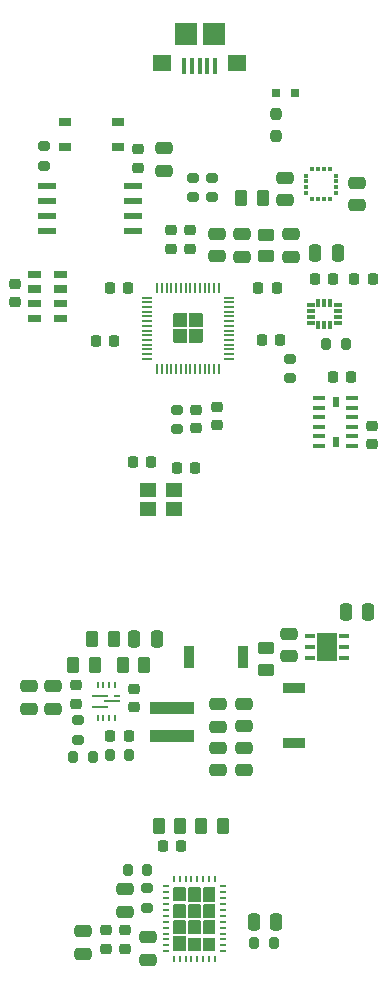
<source format=gbr>
%TF.GenerationSoftware,KiCad,Pcbnew,8.0.7*%
%TF.CreationDate,2025-01-08T02:27:13-05:00*%
%TF.ProjectId,active-drag-system,61637469-7665-42d6-9472-61672d737973,rev?*%
%TF.SameCoordinates,Original*%
%TF.FileFunction,Paste,Top*%
%TF.FilePolarity,Positive*%
%FSLAX46Y46*%
G04 Gerber Fmt 4.6, Leading zero omitted, Abs format (unit mm)*
G04 Created by KiCad (PCBNEW 8.0.7) date 2025-01-08 02:27:13*
%MOMM*%
%LPD*%
G01*
G04 APERTURE LIST*
G04 Aperture macros list*
%AMRoundRect*
0 Rectangle with rounded corners*
0 $1 Rounding radius*
0 $2 $3 $4 $5 $6 $7 $8 $9 X,Y pos of 4 corners*
0 Add a 4 corners polygon primitive as box body*
4,1,4,$2,$3,$4,$5,$6,$7,$8,$9,$2,$3,0*
0 Add four circle primitives for the rounded corners*
1,1,$1+$1,$2,$3*
1,1,$1+$1,$4,$5*
1,1,$1+$1,$6,$7*
1,1,$1+$1,$8,$9*
0 Add four rect primitives between the rounded corners*
20,1,$1+$1,$2,$3,$4,$5,0*
20,1,$1+$1,$4,$5,$6,$7,0*
20,1,$1+$1,$6,$7,$8,$9,0*
20,1,$1+$1,$8,$9,$2,$3,0*%
%AMFreePoly0*
4,1,19,0.563745,0.600348,0.608674,0.548497,0.619677,0.497915,0.619677,-0.497915,0.600348,-0.563745,0.548497,-0.608674,0.497915,-0.619677,-0.497915,-0.619677,-0.563745,-0.600348,-0.608674,-0.548497,-0.619677,-0.497915,-0.619677,0.397045,-0.600348,0.462875,-0.584014,0.483144,-0.483144,0.584014,-0.422927,0.616894,-0.397045,0.619677,0.497915,0.619677,0.563745,0.600348,0.563745,0.600348,
$1*%
%AMFreePoly1*
4,1,19,0.563745,0.600348,0.608674,0.548497,0.619677,0.497915,0.619677,-0.497915,0.600348,-0.563745,0.548497,-0.608674,0.497915,-0.619677,-0.397045,-0.619677,-0.462875,-0.600348,-0.483144,-0.584014,-0.584014,-0.483144,-0.616894,-0.422927,-0.619677,-0.397045,-0.619677,0.497915,-0.600348,0.563745,-0.548497,0.608674,-0.497915,0.619677,0.497915,0.619677,0.563745,0.600348,0.563745,0.600348,
$1*%
%AMFreePoly2*
4,1,19,0.462875,0.600348,0.483144,0.584014,0.584014,0.483144,0.616894,0.422927,0.619677,0.397045,0.619677,-0.497915,0.600348,-0.563745,0.548497,-0.608674,0.497915,-0.619677,-0.497915,-0.619677,-0.563745,-0.600348,-0.608674,-0.548497,-0.619677,-0.497915,-0.619677,0.497915,-0.600348,0.563745,-0.548497,0.608674,-0.497915,0.619677,0.397045,0.619677,0.462875,0.600348,0.462875,0.600348,
$1*%
%AMFreePoly3*
4,1,19,0.563745,0.600348,0.608674,0.548497,0.619677,0.497915,0.619677,-0.397045,0.600348,-0.462875,0.584014,-0.483144,0.483144,-0.584014,0.422927,-0.616894,0.397045,-0.619677,-0.497915,-0.619677,-0.563745,-0.600348,-0.608674,-0.548497,-0.619677,-0.497915,-0.619677,0.497915,-0.600348,0.563745,-0.548497,0.608674,-0.497915,0.619677,0.497915,0.619677,0.563745,0.600348,0.563745,0.600348,
$1*%
G04 Aperture macros list end*
%ADD10C,0.000000*%
%ADD11RoundRect,0.250000X0.475000X-0.250000X0.475000X0.250000X-0.475000X0.250000X-0.475000X-0.250000X0*%
%ADD12R,1.092200X0.609600*%
%ADD13RoundRect,0.225000X0.250000X-0.225000X0.250000X0.225000X-0.250000X0.225000X-0.250000X-0.225000X0*%
%ADD14RoundRect,0.200000X-0.275000X0.200000X-0.275000X-0.200000X0.275000X-0.200000X0.275000X0.200000X0*%
%ADD15R,1.524000X0.533400*%
%ADD16R,0.812800X1.905000*%
%ADD17R,1.117800X0.449200*%
%ADD18R,0.500000X0.813000*%
%ADD19RoundRect,0.250000X-0.262500X-0.450000X0.262500X-0.450000X0.262500X0.450000X-0.262500X0.450000X0*%
%ADD20RoundRect,0.225000X-0.250000X0.225000X-0.250000X-0.225000X0.250000X-0.225000X0.250000X0.225000X0*%
%ADD21RoundRect,0.200000X-0.200000X-0.275000X0.200000X-0.275000X0.200000X0.275000X-0.200000X0.275000X0*%
%ADD22RoundRect,0.225000X-0.225000X-0.250000X0.225000X-0.250000X0.225000X0.250000X-0.225000X0.250000X0*%
%ADD23RoundRect,0.200000X0.275000X-0.200000X0.275000X0.200000X-0.275000X0.200000X-0.275000X-0.200000X0*%
%ADD24RoundRect,0.250000X0.262500X0.450000X-0.262500X0.450000X-0.262500X-0.450000X0.262500X-0.450000X0*%
%ADD25RoundRect,0.250000X-0.475000X0.250000X-0.475000X-0.250000X0.475000X-0.250000X0.475000X0.250000X0*%
%ADD26RoundRect,0.200000X0.200000X0.275000X-0.200000X0.275000X-0.200000X-0.275000X0.200000X-0.275000X0*%
%ADD27RoundRect,0.225000X0.225000X0.250000X-0.225000X0.250000X-0.225000X-0.250000X0.225000X-0.250000X0*%
%ADD28R,0.599999X0.249999*%
%ADD29R,0.249999X0.599999*%
%ADD30R,0.812800X0.406400*%
%ADD31R,1.752600X2.489200*%
%ADD32R,0.800000X0.800000*%
%ADD33RoundRect,0.026250X0.263750X0.148750X-0.263750X0.148750X-0.263750X-0.148750X0.263750X-0.148750X0*%
%ADD34RoundRect,0.026250X0.148750X0.263750X-0.148750X0.263750X-0.148750X-0.263750X0.148750X-0.263750X0*%
%ADD35RoundRect,0.250000X0.250000X0.475000X-0.250000X0.475000X-0.250000X-0.475000X0.250000X-0.475000X0*%
%ADD36R,1.400000X1.200000*%
%ADD37R,1.397000X0.254000*%
%ADD38R,0.254000X0.609600*%
%ADD39R,0.609600X0.254000*%
%ADD40R,0.990600X0.711200*%
%ADD41FreePoly0,0.000000*%
%ADD42FreePoly1,0.000000*%
%ADD43FreePoly2,0.000000*%
%ADD44FreePoly3,0.000000*%
%ADD45RoundRect,0.050000X-0.387500X-0.050000X0.387500X-0.050000X0.387500X0.050000X-0.387500X0.050000X0*%
%ADD46RoundRect,0.050000X-0.050000X-0.387500X0.050000X-0.387500X0.050000X0.387500X-0.050000X0.387500X0*%
%ADD47R,3.700000X0.980000*%
%ADD48RoundRect,0.250000X0.450000X-0.262500X0.450000X0.262500X-0.450000X0.262500X-0.450000X-0.262500X0*%
%ADD49R,0.400000X1.350000*%
%ADD50R,1.600000X1.400000*%
%ADD51R,1.900000X1.900000*%
%ADD52RoundRect,0.250000X-0.450000X0.262500X-0.450000X-0.262500X0.450000X-0.262500X0.450000X0.262500X0*%
%ADD53RoundRect,0.250000X-0.250000X-0.475000X0.250000X-0.475000X0.250000X0.475000X-0.250000X0.475000X0*%
%ADD54RoundRect,0.237500X0.237500X-0.250000X0.237500X0.250000X-0.237500X0.250000X-0.237500X-0.250000X0*%
%ADD55R,1.905000X0.812800*%
%ADD56R,0.457200X0.304800*%
%ADD57R,0.304800X0.457200*%
G04 APERTURE END LIST*
D10*
%TO.C,U6*%
G36*
X135046100Y-82729800D02*
G01*
X133953900Y-82729800D01*
X133953900Y-82120200D01*
X135046100Y-82120200D01*
X135046100Y-82729800D01*
G37*
G36*
X135046100Y-83979800D02*
G01*
X133953900Y-83979800D01*
X133953900Y-83370200D01*
X135046100Y-83370200D01*
X135046100Y-83979800D01*
G37*
G36*
X135046100Y-85229800D02*
G01*
X133953900Y-85229800D01*
X133953900Y-84620200D01*
X135046100Y-84620200D01*
X135046100Y-85229800D01*
G37*
G36*
X135046100Y-86479800D02*
G01*
X133953900Y-86479800D01*
X133953900Y-85870200D01*
X135046100Y-85870200D01*
X135046100Y-86479800D01*
G37*
G36*
X137246100Y-82729800D02*
G01*
X136153900Y-82729800D01*
X136153900Y-82120200D01*
X137246100Y-82120200D01*
X137246100Y-82729800D01*
G37*
G36*
X137246100Y-83979800D02*
G01*
X136153900Y-83979800D01*
X136153900Y-83370200D01*
X137246100Y-83370200D01*
X137246100Y-83979800D01*
G37*
G36*
X137246100Y-85229800D02*
G01*
X136153900Y-85229800D01*
X136153900Y-84620200D01*
X137246100Y-84620200D01*
X137246100Y-85229800D01*
G37*
G36*
X137246100Y-86479800D02*
G01*
X136153900Y-86479800D01*
X136153900Y-85870200D01*
X137246100Y-85870200D01*
X137246100Y-86479800D01*
G37*
%TO.C,U9*%
G36*
X147275000Y-135800000D02*
G01*
X147275000Y-136850000D01*
X147225000Y-136900000D01*
X146275000Y-136900000D01*
X146225000Y-136850000D01*
X146225000Y-135800000D01*
X146275000Y-135750000D01*
X147225000Y-135750000D01*
X147275000Y-135800000D01*
G37*
G36*
X147275000Y-134400000D02*
G01*
X147275000Y-135450000D01*
X147225000Y-135500000D01*
X146275000Y-135500000D01*
X146225000Y-135450000D01*
X146225000Y-134400000D01*
X146275000Y-134350000D01*
X147225000Y-134350000D01*
X147275000Y-134400000D01*
G37*
G36*
X147275000Y-137150000D02*
G01*
X147275000Y-138200000D01*
X147225000Y-138250000D01*
X146275000Y-138250000D01*
X146225000Y-138200000D01*
X146225000Y-137150000D01*
X146275000Y-137100000D01*
X147225000Y-137100000D01*
X147275000Y-137150000D01*
G37*
G36*
X147275000Y-138650000D02*
G01*
X147275000Y-139700000D01*
X147225000Y-139750000D01*
X146275000Y-139750000D01*
X146225000Y-139700000D01*
X146225000Y-138650000D01*
X146275000Y-138600000D01*
X147225000Y-138600000D01*
X147275000Y-138650000D01*
G37*
G36*
X147275000Y-138500000D02*
G01*
X147275000Y-139550000D01*
X147225000Y-139600000D01*
X146275000Y-139600000D01*
X146225000Y-139550000D01*
X146225000Y-138500000D01*
X146275000Y-138450000D01*
X147225000Y-138450000D01*
X147275000Y-138500000D01*
G37*
G36*
X148525000Y-134400000D02*
G01*
X148525000Y-135450000D01*
X148475000Y-135500000D01*
X147525000Y-135500000D01*
X147475000Y-135450000D01*
X147475000Y-134400000D01*
X147525000Y-134350000D01*
X148475000Y-134350000D01*
X148525000Y-134400000D01*
G37*
G36*
X148525000Y-137150000D02*
G01*
X148525000Y-138200000D01*
X148475000Y-138250000D01*
X147525000Y-138250000D01*
X147475000Y-138200000D01*
X147475000Y-137150000D01*
X147525000Y-137100000D01*
X148475000Y-137100000D01*
X148525000Y-137150000D01*
G37*
G36*
X148525000Y-138650000D02*
G01*
X148525000Y-139700000D01*
X148475000Y-139750000D01*
X147525000Y-139750000D01*
X147475000Y-139700000D01*
X147475000Y-138650000D01*
X147525000Y-138600000D01*
X148475000Y-138600000D01*
X148525000Y-138650000D01*
G37*
G36*
X148525000Y-134450000D02*
G01*
X148525000Y-135500000D01*
X148475000Y-135550000D01*
X147525000Y-135550000D01*
X147475000Y-135500000D01*
X147475000Y-134450000D01*
X147525000Y-134400000D01*
X148475000Y-134400000D01*
X148525000Y-134450000D01*
G37*
G36*
X148525000Y-135800000D02*
G01*
X148525000Y-136850000D01*
X148475000Y-136900000D01*
X147525000Y-136900000D01*
X147475000Y-136850000D01*
X147475000Y-135800000D01*
X147525000Y-135750000D01*
X148475000Y-135750000D01*
X148525000Y-135800000D01*
G37*
G36*
X149775000Y-134450000D02*
G01*
X149775000Y-135500000D01*
X149725000Y-135550000D01*
X148775000Y-135550000D01*
X148725000Y-135500000D01*
X148725000Y-134450000D01*
X148775000Y-134400000D01*
X149725000Y-134400000D01*
X149775000Y-134450000D01*
G37*
G36*
X149775000Y-134400000D02*
G01*
X149775000Y-135450000D01*
X149725000Y-135500000D01*
X148775000Y-135500000D01*
X148725000Y-135450000D01*
X148725000Y-134400000D01*
X148775000Y-134350000D01*
X149725000Y-134350000D01*
X149775000Y-134400000D01*
G37*
G36*
X149775000Y-137150000D02*
G01*
X149775000Y-138200000D01*
X149725000Y-138250000D01*
X148775000Y-138250000D01*
X148725000Y-138200000D01*
X148725000Y-137150000D01*
X148775000Y-137100000D01*
X149725000Y-137100000D01*
X149775000Y-137150000D01*
G37*
G36*
X149775000Y-138650000D02*
G01*
X149775000Y-139700000D01*
X149725000Y-139750000D01*
X148775000Y-139750000D01*
X148725000Y-139700000D01*
X148725000Y-138650000D01*
X148775000Y-138600000D01*
X149725000Y-138600000D01*
X149775000Y-138650000D01*
G37*
G36*
X149775000Y-135800000D02*
G01*
X149775000Y-136850000D01*
X149725000Y-136900000D01*
X148775000Y-136900000D01*
X148725000Y-136850000D01*
X148725000Y-135800000D01*
X148775000Y-135750000D01*
X149725000Y-135750000D01*
X149775000Y-135800000D01*
G37*
%TD*%
D11*
%TO.C,C29*%
X161800000Y-76600000D03*
X161800000Y-74700000D03*
%TD*%
D12*
%TO.C,U6*%
X134500000Y-82425000D03*
X134500000Y-83675000D03*
X134500000Y-84925000D03*
X134500000Y-86175000D03*
X136700000Y-86175000D03*
X136700000Y-84925000D03*
X136700000Y-83675000D03*
X136700000Y-82425000D03*
%TD*%
D13*
%TO.C,C32*%
X163050000Y-96825000D03*
X163050000Y-95275000D03*
%TD*%
D14*
%TO.C,R8*%
X146500000Y-93900000D03*
X146500000Y-95550000D03*
%TD*%
D15*
%TO.C,U2*%
X135555100Y-74995000D03*
X135555100Y-76265000D03*
X135555100Y-77535000D03*
X135555100Y-78805000D03*
X142844900Y-78805000D03*
X142844900Y-77535000D03*
X142844900Y-76265000D03*
X142844900Y-74995000D03*
%TD*%
D16*
%TO.C,CR2*%
X152148700Y-114800000D03*
X147551300Y-114800000D03*
%TD*%
D17*
%TO.C,U7*%
X161320901Y-96931503D03*
X161320901Y-96131502D03*
X161320901Y-95331501D03*
X161320901Y-94531503D03*
X161320901Y-93731502D03*
X161320901Y-92931503D03*
D18*
X159950000Y-93213004D03*
D17*
X158579099Y-92931501D03*
X158579099Y-93731502D03*
X158579099Y-94531503D03*
X158579099Y-95331501D03*
X158579099Y-96131502D03*
X158579099Y-96931501D03*
D18*
X159950000Y-96650000D03*
%TD*%
D11*
%TO.C,C13*%
X145400000Y-73650000D03*
X145400000Y-71750000D03*
%TD*%
D19*
%TO.C,R12*%
X139341601Y-113300126D03*
X141166601Y-113300126D03*
%TD*%
D20*
%TO.C,C19*%
X137954101Y-117225126D03*
X137954101Y-118775126D03*
%TD*%
D14*
%TO.C,R9*%
X135300000Y-71575000D03*
X135300000Y-73225000D03*
%TD*%
D21*
%TO.C,R11*%
X140829101Y-123100126D03*
X142479101Y-123100126D03*
%TD*%
D22*
%TO.C,C31*%
X161550000Y-82800000D03*
X163100000Y-82800000D03*
%TD*%
D13*
%TO.C,C38*%
X142100000Y-139525000D03*
X142100000Y-137975000D03*
%TD*%
D23*
%TO.C,R20*%
X144000000Y-136075000D03*
X144000000Y-134425000D03*
%TD*%
D24*
%TO.C,R18*%
X146800000Y-129150000D03*
X144975000Y-129150000D03*
%TD*%
D25*
%TO.C,C22*%
X152175887Y-122500000D03*
X152175887Y-124400000D03*
%TD*%
D11*
%TO.C,C20*%
X149975887Y-120750000D03*
X149975887Y-118850000D03*
%TD*%
D26*
%TO.C,R6*%
X160800000Y-88300000D03*
X159150000Y-88300000D03*
%TD*%
D14*
%TO.C,R3*%
X147900000Y-74275000D03*
X147900000Y-75925000D03*
%TD*%
D27*
%TO.C,C10*%
X144325000Y-98300000D03*
X142775000Y-98300000D03*
%TD*%
D20*
%TO.C,C16*%
X142854101Y-117525126D03*
X142854101Y-119075126D03*
%TD*%
D28*
%TO.C,U9*%
X145600000Y-134250000D03*
X145600000Y-134749999D03*
X145600000Y-135250001D03*
X145600000Y-135750000D03*
X145600000Y-136249999D03*
X145600000Y-136750000D03*
X145600000Y-137250000D03*
X145600000Y-137750001D03*
X145600000Y-138250000D03*
X145600000Y-138749999D03*
X145600000Y-139250001D03*
X145600000Y-139750000D03*
D29*
X146250001Y-140400001D03*
X146750000Y-140400001D03*
X147249999Y-140400001D03*
X147750000Y-140400001D03*
X148250000Y-140400001D03*
X148750001Y-140400001D03*
X149250000Y-140400001D03*
X149749999Y-140400001D03*
D28*
X150400000Y-139750000D03*
X150400000Y-139250001D03*
X150400000Y-138749999D03*
X150400000Y-138250000D03*
X150400000Y-137750001D03*
X150400000Y-137250000D03*
X150400000Y-136750000D03*
X150400000Y-136249999D03*
X150400000Y-135750000D03*
X150400000Y-135250001D03*
X150400000Y-134749999D03*
X150400000Y-134250000D03*
D29*
X149749999Y-133599999D03*
X149250000Y-133599999D03*
X148750001Y-133599999D03*
X148250000Y-133599999D03*
X147750000Y-133599999D03*
X147249999Y-133599999D03*
X146750000Y-133599999D03*
X146250001Y-133599999D03*
%TD*%
D24*
%TO.C,R13*%
X143766601Y-115500126D03*
X141941601Y-115500126D03*
%TD*%
D25*
%TO.C,C30*%
X155650000Y-74250000D03*
X155650000Y-76150000D03*
%TD*%
D22*
%TO.C,C33*%
X158225000Y-82800000D03*
X159775000Y-82800000D03*
%TD*%
D26*
%TO.C,R21*%
X154725000Y-139050000D03*
X153075000Y-139050000D03*
%TD*%
D11*
%TO.C,C26*%
X156049400Y-114750000D03*
X156049400Y-112850000D03*
%TD*%
D21*
%TO.C,R19*%
X142375000Y-132850000D03*
X144025000Y-132850000D03*
%TD*%
D11*
%TO.C,C5*%
X156200000Y-80950000D03*
X156200000Y-79050000D03*
%TD*%
D22*
%TO.C,C9*%
X153725000Y-88000000D03*
X155275000Y-88000000D03*
%TD*%
%TO.C,C24*%
X140879101Y-121500126D03*
X142429101Y-121500126D03*
%TD*%
D27*
%TO.C,C8*%
X141200000Y-88100000D03*
X139650000Y-88100000D03*
%TD*%
D30*
%TO.C,U4*%
X160697800Y-114950001D03*
X160697800Y-114000000D03*
X160697800Y-113049999D03*
X157802200Y-113049999D03*
X157802200Y-114000000D03*
X157802200Y-114950001D03*
D31*
X159250000Y-114000000D03*
%TD*%
D11*
%TO.C,C39*%
X144100000Y-140450000D03*
X144100000Y-138550000D03*
%TD*%
D32*
%TO.C,D1*%
X156500000Y-67100000D03*
X154900000Y-67100000D03*
%TD*%
D23*
%TO.C,R5*%
X156100000Y-91225000D03*
X156100000Y-89575000D03*
%TD*%
D33*
%TO.C,U8*%
X160160000Y-86540000D03*
X160160000Y-86040000D03*
X160160000Y-85540000D03*
X160160000Y-85040000D03*
D34*
X159500000Y-84880000D03*
X159000000Y-84880000D03*
X158500000Y-84880000D03*
D33*
X157840000Y-85040000D03*
X157840000Y-85540000D03*
X157840000Y-86040000D03*
X157840000Y-86540000D03*
D34*
X158500000Y-86700000D03*
X159000000Y-86700000D03*
X159500000Y-86700000D03*
%TD*%
D20*
%TO.C,C15*%
X149900000Y-93675000D03*
X149900000Y-95225000D03*
%TD*%
D26*
%TO.C,R14*%
X139379101Y-123300126D03*
X137729101Y-123300126D03*
%TD*%
D11*
%TO.C,C3*%
X149900000Y-80900000D03*
X149900000Y-79000000D03*
%TD*%
D13*
%TO.C,C2*%
X146000000Y-80275000D03*
X146000000Y-78725000D03*
%TD*%
D25*
%TO.C,C21*%
X149975887Y-122500000D03*
X149975887Y-124400000D03*
%TD*%
D35*
%TO.C,C41*%
X154950000Y-137250000D03*
X153050000Y-137250000D03*
%TD*%
D25*
%TO.C,C18*%
X134000000Y-117300000D03*
X134000000Y-119200000D03*
%TD*%
D36*
%TO.C,X1*%
X144050000Y-102300000D03*
X146250000Y-102300000D03*
X146250000Y-100700000D03*
X144050000Y-100700000D03*
%TD*%
D27*
%TO.C,C6*%
X142375000Y-83600000D03*
X140825000Y-83600000D03*
%TD*%
%TO.C,C35*%
X161275000Y-91150000D03*
X159725000Y-91150000D03*
%TD*%
D37*
%TO.C,U3*%
X140047800Y-118100000D03*
X140047800Y-119100252D03*
D38*
X139803912Y-120000126D03*
X140304038Y-120000126D03*
X140804164Y-120000126D03*
X141304290Y-120000126D03*
D37*
X141060402Y-118600126D03*
D39*
X141454102Y-118100000D03*
D38*
X141304290Y-117200126D03*
X140804164Y-117200126D03*
X140304038Y-117200126D03*
X139803912Y-117200126D03*
%TD*%
D11*
%TO.C,C4*%
X152000000Y-80950000D03*
X152000000Y-79050000D03*
%TD*%
D40*
%TO.C,SW1*%
X137049999Y-69525001D03*
X141550001Y-69525001D03*
X137049999Y-71674999D03*
X141550001Y-71674999D03*
%TD*%
D41*
%TO.C,U1*%
X146787500Y-86325000D03*
D42*
X146787500Y-87675000D03*
D43*
X148137500Y-86325000D03*
D44*
X148137500Y-87675000D03*
D45*
X144025000Y-84400000D03*
X144025000Y-84800000D03*
X144025000Y-85200000D03*
X144025000Y-85600000D03*
X144025000Y-86000000D03*
X144025000Y-86400000D03*
X144025000Y-86800000D03*
X144025000Y-87200000D03*
X144025000Y-87600000D03*
X144025000Y-88000000D03*
X144025000Y-88400000D03*
X144025000Y-88800000D03*
X144025000Y-89200000D03*
X144025000Y-89600000D03*
D46*
X144862500Y-90437500D03*
X145262500Y-90437500D03*
X145662500Y-90437500D03*
X146062500Y-90437500D03*
X146462500Y-90437500D03*
X146862500Y-90437500D03*
X147262500Y-90437500D03*
X147662500Y-90437500D03*
X148062500Y-90437500D03*
X148462500Y-90437500D03*
X148862500Y-90437500D03*
X149262500Y-90437500D03*
X149662500Y-90437500D03*
X150062500Y-90437500D03*
D45*
X150900000Y-89600000D03*
X150900000Y-89200000D03*
X150900000Y-88800000D03*
X150900000Y-88400000D03*
X150900000Y-88000000D03*
X150900000Y-87600000D03*
X150900000Y-87200000D03*
X150900000Y-86800000D03*
X150900000Y-86400000D03*
X150900000Y-86000000D03*
X150900000Y-85600000D03*
X150900000Y-85200000D03*
X150900000Y-84800000D03*
X150900000Y-84400000D03*
D46*
X150062500Y-83562500D03*
X149662500Y-83562500D03*
X149262500Y-83562500D03*
X148862500Y-83562500D03*
X148462500Y-83562500D03*
X148062500Y-83562500D03*
X147662500Y-83562500D03*
X147262500Y-83562500D03*
X146862500Y-83562500D03*
X146462500Y-83562500D03*
X146062500Y-83562500D03*
X145662500Y-83562500D03*
X145262500Y-83562500D03*
X144862500Y-83562500D03*
%TD*%
D11*
%TO.C,C23*%
X152175887Y-120700000D03*
X152175887Y-118800000D03*
%TD*%
D47*
%TO.C,L1*%
X146097800Y-119165000D03*
X146097800Y-121535000D03*
%TD*%
D19*
%TO.C,R17*%
X148587500Y-129150000D03*
X150412500Y-129150000D03*
%TD*%
D13*
%TO.C,C1*%
X147600000Y-80275000D03*
X147600000Y-78725000D03*
%TD*%
D25*
%TO.C,C17*%
X136000000Y-117300000D03*
X136000000Y-119200000D03*
%TD*%
D11*
%TO.C,C37*%
X138600000Y-139950000D03*
X138600000Y-138050000D03*
%TD*%
D48*
%TO.C,R16*%
X154049400Y-115912500D03*
X154049400Y-114087500D03*
%TD*%
D49*
%TO.C,J3*%
X149750000Y-64775000D03*
X149100000Y-64775000D03*
X148450000Y-64775000D03*
X147800000Y-64775000D03*
X147150000Y-64775000D03*
D50*
X151650000Y-64550000D03*
X145250000Y-64550000D03*
D51*
X147250000Y-62100000D03*
X149650000Y-62100000D03*
%TD*%
D20*
%TO.C,C28*%
X132800000Y-83225000D03*
X132800000Y-84775000D03*
%TD*%
D52*
%TO.C,R7*%
X154100000Y-79087500D03*
X154100000Y-80912500D03*
%TD*%
D53*
%TO.C,C34*%
X158250000Y-80600000D03*
X160150000Y-80600000D03*
%TD*%
D22*
%TO.C,C11*%
X146525000Y-98800000D03*
X148075000Y-98800000D03*
%TD*%
D19*
%TO.C,R2*%
X151987500Y-75950000D03*
X153812500Y-75950000D03*
%TD*%
D54*
%TO.C,R1*%
X154900000Y-70712500D03*
X154900000Y-68887500D03*
%TD*%
D14*
%TO.C,R4*%
X149500000Y-74275000D03*
X149500000Y-75925000D03*
%TD*%
D27*
%TO.C,C40*%
X146875000Y-130850000D03*
X145325000Y-130850000D03*
%TD*%
D55*
%TO.C,CR1*%
X156397800Y-117501300D03*
X156397800Y-122098700D03*
%TD*%
D20*
%TO.C,C14*%
X148150000Y-93925000D03*
X148150000Y-95475000D03*
%TD*%
D53*
%TO.C,C25*%
X142904101Y-113300126D03*
X144804101Y-113300126D03*
%TD*%
D23*
%TO.C,R15*%
X138154101Y-121825126D03*
X138154101Y-120175126D03*
%TD*%
D56*
%TO.C,U5*%
X159974999Y-75575002D03*
X159974999Y-75075001D03*
X159974999Y-74575001D03*
X159974999Y-74075000D03*
D57*
X159450001Y-73550002D03*
X158950000Y-73550002D03*
X158450000Y-73550002D03*
X157949999Y-73550002D03*
D56*
X157425001Y-74075000D03*
X157425001Y-74575001D03*
X157425001Y-75075001D03*
X157425001Y-75575002D03*
D57*
X157949999Y-76100000D03*
X158450000Y-76100000D03*
X158950000Y-76100000D03*
X159450001Y-76100000D03*
%TD*%
D35*
%TO.C,C27*%
X162697800Y-111000000D03*
X160797800Y-111000000D03*
%TD*%
D13*
%TO.C,C12*%
X143200000Y-73400000D03*
X143200000Y-71850000D03*
%TD*%
D22*
%TO.C,C7*%
X153425000Y-83600000D03*
X154975000Y-83600000D03*
%TD*%
D25*
%TO.C,C42*%
X142100000Y-134500000D03*
X142100000Y-136400000D03*
%TD*%
D13*
%TO.C,C36*%
X140500000Y-139525000D03*
X140500000Y-137975000D03*
%TD*%
D19*
%TO.C,R10*%
X137754101Y-115500126D03*
X139579101Y-115500126D03*
%TD*%
M02*

</source>
